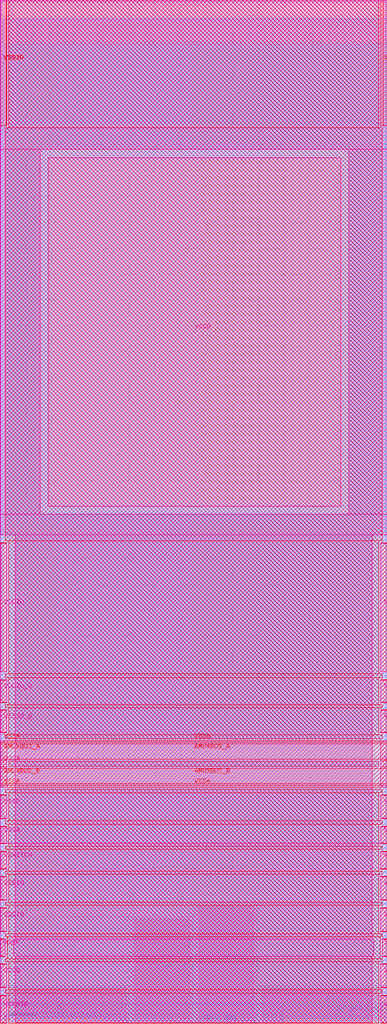
<source format=lef>
VERSION 5.7 ;
  NOWIREEXTENSIONATPIN ON ;
  DIVIDERCHAR "/" ;
  BUSBITCHARS "[]" ;
MACRO sky130_ef_io__vccd_lvc_pad
  CLASS PAD POWER ;
  FOREIGN sky130_ef_io__vccd_lvc_pad ;
  ORIGIN 0.000 0.000 ;
  SIZE 75.000 BY 197.965 ;
  PIN AMUXBUS_A
    DIRECTION INOUT ;
    USE SIGNAL ;
    PORT
      LAYER met4 ;
        RECT 0.000 51.090 75.000 54.070 ;
    END
    PORT
      LAYER met4 ;
        RECT 0.000 51.090 1.270 54.070 ;
    END
  END AMUXBUS_A
  PIN AMUXBUS_B
    DIRECTION INOUT ;
    USE SIGNAL ;
    PORT
      LAYER met4 ;
        RECT 0.000 46.330 75.000 49.310 ;
    END
    PORT
      LAYER met4 ;
        RECT 0.000 46.330 1.270 49.310 ;
    END
  END AMUXBUS_B
  PIN DRN_LVC1
    DIRECTION INOUT ;
    USE POWER ;
    PORT
      LAYER met3 ;
        RECT 26.000 -0.035 36.880 20.185 ;
    END
  END DRN_LVC1
  PIN DRN_LVC2
    DIRECTION INOUT ;
    USE POWER ;
    PORT
      LAYER met3 ;
        RECT 38.380 -0.035 49.255 22.865 ;
    END
  END DRN_LVC2
  PIN SRC_BDY_LVC1
    DIRECTION INOUT ;
    USE GROUND ;
    PORT
      LAYER met2 ;
        RECT 0.500 -0.035 20.495 1.450 ;
    END
  END SRC_BDY_LVC1
  PIN SRC_BDY_LVC2
    DIRECTION INOUT ;
    USE GROUND ;
    PORT
      LAYER met2 ;
        RECT 54.715 -0.035 74.700 3.625 ;
    END
  END SRC_BDY_LVC2
  PIN BDY2_B2B
    DIRECTION INOUT ;
    USE GROUND ;
    PORT
      LAYER met2 ;
        RECT 34.440 -0.035 44.440 0.290 ;
    END
  END BDY2_B2B
  PIN VSSA
    DIRECTION INOUT ;
    USE GROUND ;
    PORT
      LAYER met5 ;
        RECT 73.730 45.700 75.000 54.700 ;
    END
    PORT
      LAYER met5 ;
        RECT 73.730 34.805 75.000 38.050 ;
    END
    PORT
      LAYER met5 ;
        RECT 0.000 45.700 1.270 54.700 ;
    END
    PORT
      LAYER met5 ;
        RECT 0.000 34.805 1.270 38.050 ;
    END
    PORT
      LAYER met4 ;
        RECT 73.730 49.610 75.000 50.790 ;
    END
    PORT
      LAYER met4 ;
        RECT 0.000 54.370 75.000 54.700 ;
    END
    PORT
      LAYER met4 ;
        RECT 0.000 45.700 75.000 46.030 ;
    END
    PORT
      LAYER met4 ;
        RECT 73.730 34.700 75.000 38.150 ;
    END
    PORT
      LAYER met4 ;
        RECT 0.000 45.700 1.270 46.030 ;
    END
    PORT
      LAYER met4 ;
        RECT 0.000 49.610 1.270 50.790 ;
    END
    PORT
      LAYER met4 ;
        RECT 0.000 54.370 1.270 54.700 ;
    END
    PORT
      LAYER met4 ;
        RECT 0.000 34.700 1.270 38.150 ;
    END
  END VSSA
  PIN VDDA
    DIRECTION INOUT ;
    USE POWER ;
    PORT
      LAYER met5 ;
        RECT 74.035 13.000 75.000 16.250 ;
    END
    PORT
      LAYER met5 ;
        RECT 0.000 13.000 0.965 16.250 ;
    END
    PORT
      LAYER met4 ;
        RECT 74.035 12.900 75.000 16.350 ;
    END
    PORT
      LAYER met4 ;
        RECT 0.000 12.900 0.965 16.350 ;
    END
  END VDDA
  PIN VSWITCH
    DIRECTION INOUT ;
    USE POWER ;
    PORT
      LAYER met5 ;
        RECT 73.730 29.950 75.000 33.200 ;
    END
    PORT
      LAYER met5 ;
        RECT 0.000 29.950 1.270 33.200 ;
    END
    PORT
      LAYER met4 ;
        RECT 73.730 29.850 75.000 33.300 ;
    END
    PORT
      LAYER met4 ;
        RECT 0.000 29.850 1.270 33.300 ;
    END
  END VSWITCH
  PIN VDDIO_Q
    DIRECTION INOUT ;
    USE POWER ;
    PORT
      LAYER met5 ;
        RECT 73.730 62.150 75.000 66.400 ;
    END
    PORT
      LAYER met5 ;
        RECT 0.000 62.150 1.270 66.400 ;
    END
    PORT
      LAYER met4 ;
        RECT 73.730 62.050 75.000 66.500 ;
    END
    PORT
      LAYER met4 ;
        RECT 0.000 62.050 1.270 66.500 ;
    END
  END VDDIO_Q
  PIN VCCHIB
    DIRECTION INOUT ;
    USE POWER ;
    PORT
      LAYER met5 ;
        RECT 73.730 0.100 75.000 5.350 ;
    END
    PORT
      LAYER met5 ;
        RECT 0.000 0.100 1.270 5.350 ;
    END
    PORT
      LAYER met4 ;
        RECT 73.730 0.000 75.000 5.450 ;
    END
    PORT
      LAYER met4 ;
        RECT 0.000 0.000 1.270 5.450 ;
    END
  END VCCHIB
  PIN VDDIO
    DIRECTION INOUT ;
    USE POWER ;
    PORT
      LAYER met5 ;
        RECT 73.730 68.000 75.000 92.950 ;
    END
    PORT
      LAYER met5 ;
        RECT 73.730 17.850 75.000 22.300 ;
    END
    PORT
      LAYER met5 ;
        RECT 0.000 68.000 1.270 92.950 ;
    END
    PORT
      LAYER met5 ;
        RECT 0.000 17.850 1.270 22.300 ;
    END
    PORT
      LAYER met4 ;
        RECT 73.730 17.750 75.000 22.400 ;
    END
    PORT
      LAYER met4 ;
        RECT 73.730 68.000 75.000 92.965 ;
    END
    PORT
      LAYER met4 ;
        RECT 0.000 17.750 1.270 22.400 ;
    END
    PORT
      LAYER met4 ;
        RECT 0.000 68.000 1.270 92.965 ;
    END
  END VDDIO
  PIN VCCD
    DIRECTION INOUT ;
    USE POWER ;
    PORT
      LAYER met5 ;
        RECT 9.315 100.105 65.955 167.535 ;
    END
    PORT
      LAYER met3 ;
        RECT 50.755 -0.035 74.700 6.865 ;
    END
    PORT
      LAYER met3 ;
        RECT 0.500 -0.035 24.500 6.865 ;
    END
    PORT
      LAYER met5 ;
        RECT 73.730 6.950 75.000 11.400 ;
    END
    PORT
      LAYER met5 ;
        RECT 0.000 6.950 1.270 11.400 ;
    END
    PORT
      LAYER met4 ;
        RECT 73.730 6.850 75.000 11.500 ;
    END
    PORT
      LAYER met4 ;
        RECT 0.000 6.850 1.270 11.500 ;
    END
  END VCCD
  PIN VSSIO
    DIRECTION INOUT ;
    USE GROUND ;
    PORT
      LAYER met4 ;
        RECT 74.225 173.750 75.000 197.965 ;
    END
    PORT
      LAYER met4 ;
        RECT 0.000 173.750 1.205 197.965 ;
    END
    PORT
      LAYER met5 ;
        RECT 73.730 23.900 75.000 28.350 ;
    END
    PORT
      LAYER met5 ;
        RECT 0.000 23.900 1.270 28.350 ;
    END
    PORT
      LAYER met4 ;
        RECT 73.730 23.800 75.000 28.450 ;
    END
    PORT
      LAYER met4 ;
        RECT 73.730 173.750 75.000 197.965 ;
    END
    PORT
      LAYER met4 ;
        RECT 0.000 173.750 1.270 197.965 ;
    END
    PORT
      LAYER met4 ;
        RECT 0.000 23.800 1.270 28.450 ;
    END
  END VSSIO
  PIN VSSD
    DIRECTION INOUT ;
    USE GROUND ;
    PORT
      LAYER met5 ;
        RECT 73.730 39.650 75.000 44.100 ;
    END
    PORT
      LAYER met5 ;
        RECT 0.000 39.650 1.270 44.100 ;
    END
    PORT
      LAYER met4 ;
        RECT 73.730 39.550 75.000 44.200 ;
    END
    PORT
      LAYER met4 ;
        RECT 0.000 39.550 1.270 44.200 ;
    END
  END VSSD
  PIN VSSIO_Q
    DIRECTION INOUT ;
    USE GROUND ;
    PORT
      LAYER met5 ;
        RECT 73.730 56.300 75.000 60.550 ;
    END
    PORT
      LAYER met5 ;
        RECT 0.000 56.300 1.270 60.550 ;
    END
    PORT
      LAYER met4 ;
        RECT 73.730 56.200 75.000 60.650 ;
    END
    PORT
      LAYER met4 ;
        RECT 0.000 56.200 1.270 60.650 ;
    END
  END VSSIO_Q
  OBS
      LAYER li1 ;
        RECT 0.240 0.985 74.755 197.745 ;
      LAYER met1 ;
        RECT 0.120 0.000 74.785 197.805 ;
        RECT 16.655 -0.035 25.635 0.000 ;
        POLYGON 25.635 0.000 25.670 0.000 25.635 -0.035 ;
        RECT 26.210 -0.035 27.700 0.000 ;
        POLYGON 28.235 0.000 28.270 0.000 28.270 -0.035 ;
        RECT 28.270 -0.035 56.565 0.000 ;
      LAYER met2 ;
        RECT 0.490 3.905 74.700 194.395 ;
        RECT 0.490 3.625 54.435 3.905 ;
        RECT 0.490 1.730 54.715 3.625 ;
        RECT 20.775 0.570 54.715 1.730 ;
        RECT 20.775 0.005 34.160 0.570 ;
        RECT 44.720 0.005 54.715 0.570 ;
        RECT 20.775 0.000 34.440 0.005 ;
        RECT 20.925 -0.035 34.440 0.000 ;
        RECT 44.440 0.000 54.715 0.005 ;
        RECT 44.440 -0.035 53.535 0.000 ;
        RECT 54.095 -0.035 54.715 0.000 ;
      LAYER met3 ;
        RECT 0.490 23.265 74.700 189.480 ;
        RECT 0.490 20.585 37.980 23.265 ;
        RECT 0.490 7.265 25.600 20.585 ;
        RECT 24.900 0.000 25.600 7.265 ;
        RECT 37.280 0.000 37.980 20.585 ;
        RECT 49.655 7.265 74.700 23.265 ;
        RECT 49.655 0.000 50.355 7.265 ;
      LAYER met4 ;
        RECT 1.670 173.350 73.330 197.965 ;
        RECT 0.965 93.365 74.035 173.350 ;
        RECT 1.670 67.600 73.330 93.365 ;
        RECT 0.965 66.900 74.035 67.600 ;
        RECT 1.670 61.650 73.330 66.900 ;
        RECT 0.965 61.050 74.035 61.650 ;
        RECT 1.670 55.800 73.330 61.050 ;
        RECT 0.965 55.100 74.035 55.800 ;
        RECT 1.670 49.710 73.330 50.690 ;
        RECT 0.965 44.600 74.035 45.300 ;
        RECT 1.670 39.150 73.330 44.600 ;
        RECT 0.965 38.550 74.035 39.150 ;
        RECT 1.670 34.300 73.330 38.550 ;
        RECT 0.965 33.700 74.035 34.300 ;
        RECT 1.670 29.450 73.330 33.700 ;
        RECT 0.965 28.850 74.035 29.450 ;
        RECT 1.670 23.400 73.330 28.850 ;
        RECT 0.965 22.800 74.035 23.400 ;
        RECT 1.670 17.350 73.330 22.800 ;
        RECT 0.965 16.750 74.035 17.350 ;
        RECT 1.365 12.500 73.635 16.750 ;
        RECT 0.965 11.900 74.035 12.500 ;
        RECT 1.670 6.450 73.330 11.900 ;
        RECT 0.965 5.850 74.035 6.450 ;
        RECT 1.670 0.000 73.330 5.850 ;
      LAYER met5 ;
        RECT 0.000 169.135 75.000 197.965 ;
        RECT 0.000 98.505 7.715 169.135 ;
        RECT 67.555 98.505 75.000 169.135 ;
        RECT 0.000 94.550 75.000 98.505 ;
        RECT 2.870 34.805 72.130 94.550 ;
        RECT 0.000 34.800 75.000 34.805 ;
        RECT 2.870 16.250 72.130 34.800 ;
        RECT 2.565 13.000 72.435 16.250 ;
        RECT 2.870 0.100 72.130 13.000 ;
  END
END sky130_ef_io__vccd_lvc_pad
END LIBRARY


</source>
